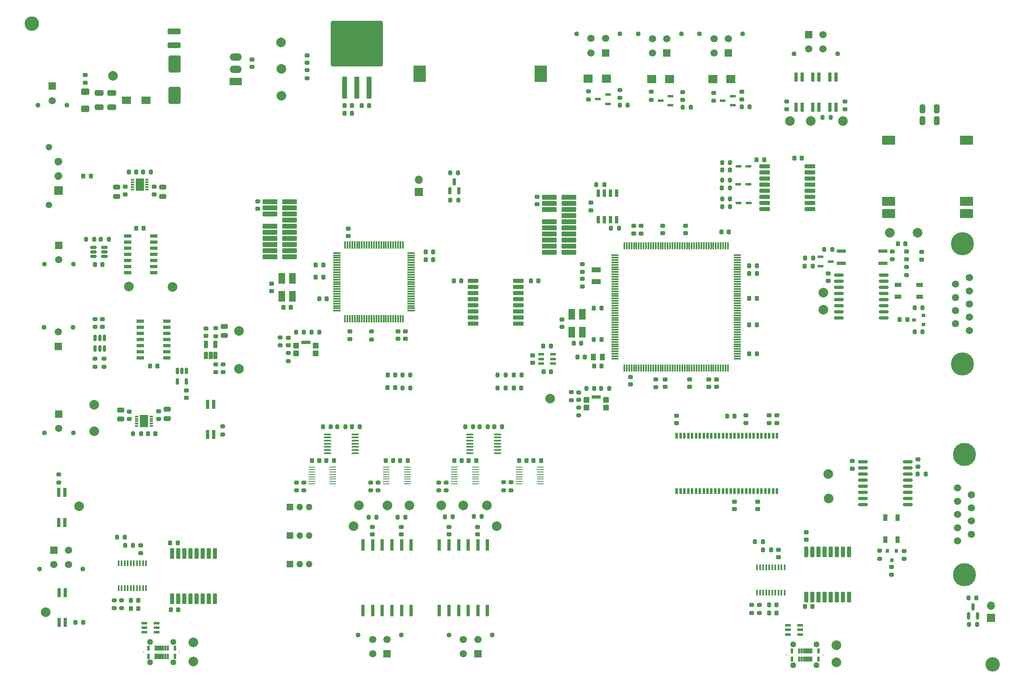
<source format=gbr>
%TF.GenerationSoftware,KiCad,Pcbnew,7.0.8*%
%TF.CreationDate,2024-01-22T14:24:46+01:00*%
%TF.ProjectId,BMS-Master,424d532d-4d61-4737-9465-722e6b696361,rev?*%
%TF.SameCoordinates,Original*%
%TF.FileFunction,Soldermask,Top*%
%TF.FilePolarity,Negative*%
%FSLAX46Y46*%
G04 Gerber Fmt 4.6, Leading zero omitted, Abs format (unit mm)*
G04 Created by KiCad (PCBNEW 7.0.8) date 2024-01-22 14:24:46*
%MOMM*%
%LPD*%
G01*
G04 APERTURE LIST*
G04 Aperture macros list*
%AMRoundRect*
0 Rectangle with rounded corners*
0 $1 Rounding radius*
0 $2 $3 $4 $5 $6 $7 $8 $9 X,Y pos of 4 corners*
0 Add a 4 corners polygon primitive as box body*
4,1,4,$2,$3,$4,$5,$6,$7,$8,$9,$2,$3,0*
0 Add four circle primitives for the rounded corners*
1,1,$1+$1,$2,$3*
1,1,$1+$1,$4,$5*
1,1,$1+$1,$6,$7*
1,1,$1+$1,$8,$9*
0 Add four rect primitives between the rounded corners*
20,1,$1+$1,$2,$3,$4,$5,0*
20,1,$1+$1,$4,$5,$6,$7,0*
20,1,$1+$1,$6,$7,$8,$9,0*
20,1,$1+$1,$8,$9,$2,$3,0*%
G04 Aperture macros list end*
%ADD10C,0.711200*%
%ADD11C,0.836200*%
%ADD12C,0.010000*%
%ADD13R,1.700000X1.700000*%
%ADD14O,1.700000X1.700000*%
%ADD15RoundRect,0.250000X-1.000000X1.500000X-1.000000X-1.500000X1.000000X-1.500000X1.000000X1.500000X0*%
%ADD16RoundRect,0.102000X-1.395000X0.370000X-1.395000X-0.370000X1.395000X-0.370000X1.395000X0.370000X0*%
%ADD17R,1.270000X0.508000*%
%ADD18RoundRect,0.225000X-0.250000X0.225000X-0.250000X-0.225000X0.250000X-0.225000X0.250000X0.225000X0*%
%ADD19C,1.020000*%
%ADD20R,1.520000X1.520000*%
%ADD21C,1.520000*%
%ADD22RoundRect,0.200000X-0.200000X-0.275000X0.200000X-0.275000X0.200000X0.275000X-0.200000X0.275000X0*%
%ADD23RoundRect,0.200000X-0.275000X0.200000X-0.275000X-0.200000X0.275000X-0.200000X0.275000X0.200000X0*%
%ADD24RoundRect,0.225000X-0.225000X-0.250000X0.225000X-0.250000X0.225000X0.250000X-0.225000X0.250000X0*%
%ADD25RoundRect,0.200000X0.275000X-0.200000X0.275000X0.200000X-0.275000X0.200000X-0.275000X-0.200000X0*%
%ADD26R,0.508000X1.193800*%
%ADD27C,2.000000*%
%ADD28RoundRect,0.225000X0.225000X0.250000X-0.225000X0.250000X-0.225000X-0.250000X0.225000X-0.250000X0*%
%ADD29RoundRect,0.225000X0.250000X-0.225000X0.250000X0.225000X-0.250000X0.225000X-0.250000X-0.225000X0*%
%ADD30RoundRect,0.218750X-0.218750X-0.256250X0.218750X-0.256250X0.218750X0.256250X-0.218750X0.256250X0*%
%ADD31R,1.825000X1.680000*%
%ADD32R,0.650000X1.850000*%
%ADD33RoundRect,0.102000X-0.450000X-0.500000X0.450000X-0.500000X0.450000X0.500000X-0.450000X0.500000X0*%
%ADD34RoundRect,0.102000X-0.850000X-0.275000X0.850000X-0.275000X0.850000X0.275000X-0.850000X0.275000X0*%
%ADD35C,1.270000*%
%ADD36RoundRect,0.200000X0.200000X0.275000X-0.200000X0.275000X-0.200000X-0.275000X0.200000X-0.275000X0*%
%ADD37RoundRect,0.075000X-0.675000X-0.075000X0.675000X-0.075000X0.675000X0.075000X-0.675000X0.075000X0*%
%ADD38RoundRect,0.075000X-0.075000X-0.675000X0.075000X-0.675000X0.075000X0.675000X-0.075000X0.675000X0*%
%ADD39RoundRect,0.150000X0.150000X-0.587500X0.150000X0.587500X-0.150000X0.587500X-0.150000X-0.587500X0*%
%ADD40RoundRect,0.250000X-0.600000X0.400000X-0.600000X-0.400000X0.600000X-0.400000X0.600000X0.400000X0*%
%ADD41R,2.500000X1.500000*%
%ADD42O,2.500000X1.500000*%
%ADD43R,1.550000X0.700000*%
%ADD44RoundRect,0.250000X-0.475000X0.250000X-0.475000X-0.250000X0.475000X-0.250000X0.475000X0.250000X0*%
%ADD45RoundRect,0.100000X-0.637500X-0.100000X0.637500X-0.100000X0.637500X0.100000X-0.637500X0.100000X0*%
%ADD46RoundRect,0.102000X0.279400X-0.990600X0.279400X0.990600X-0.279400X0.990600X-0.279400X-0.990600X0*%
%ADD47R,0.800000X0.300000*%
%ADD48R,1.750000X2.600000*%
%ADD49R,1.312279X0.475831*%
%ADD50RoundRect,0.237916X-0.418223X0.000001X0.418223X0.000001X0.418223X-0.000001X-0.418223X-0.000001X0*%
%ADD51RoundRect,0.144000X0.258000X-0.653000X0.258000X0.653000X-0.258000X0.653000X-0.258000X-0.653000X0*%
%ADD52RoundRect,0.218750X0.218750X0.256250X-0.218750X0.256250X-0.218750X-0.256250X0.218750X-0.256250X0*%
%ADD53RoundRect,0.250000X0.475000X-0.250000X0.475000X0.250000X-0.475000X0.250000X-0.475000X-0.250000X0*%
%ADD54R,0.750000X2.350000*%
%ADD55R,0.400000X1.200000*%
%ADD56R,1.066800X1.447800*%
%ADD57R,1.397000X0.279400*%
%ADD58R,1.350000X1.350000*%
%ADD59O,1.350000X1.350000*%
%ADD60R,1.900000X1.500000*%
%ADD61RoundRect,0.150000X-0.875000X-0.150000X0.875000X-0.150000X0.875000X0.150000X-0.875000X0.150000X0*%
%ADD62RoundRect,0.102000X-0.990600X-0.279400X0.990600X-0.279400X0.990600X0.279400X-0.990600X0.279400X0*%
%ADD63C,0.252400*%
%ADD64O,0.252400X0.252400*%
%ADD65C,1.252400*%
%ADD66R,1.300000X0.600000*%
%ADD67RoundRect,0.250000X-0.650000X0.325000X-0.650000X-0.325000X0.650000X-0.325000X0.650000X0.325000X0*%
%ADD68R,0.650000X1.525000*%
%ADD69RoundRect,0.250000X0.325000X0.650000X-0.325000X0.650000X-0.325000X-0.650000X0.325000X-0.650000X0*%
%ADD70RoundRect,0.102000X-0.600000X1.000000X-0.600000X-1.000000X0.600000X-1.000000X0.600000X1.000000X0*%
%ADD71RoundRect,0.150000X0.150000X-0.512500X0.150000X0.512500X-0.150000X0.512500X-0.150000X-0.512500X0*%
%ADD72RoundRect,0.250000X0.300000X-2.050000X0.300000X2.050000X-0.300000X2.050000X-0.300000X-2.050000X0*%
%ADD73RoundRect,0.250002X5.149998X-4.449998X5.149998X4.449998X-5.149998X4.449998X-5.149998X-4.449998X0*%
%ADD74RoundRect,0.075000X-0.725000X-0.075000X0.725000X-0.075000X0.725000X0.075000X-0.725000X0.075000X0*%
%ADD75RoundRect,0.075000X-0.075000X-0.725000X0.075000X-0.725000X0.075000X0.725000X-0.075000X0.725000X0*%
%ADD76R,1.250000X0.500000*%
%ADD77C,4.800000*%
%ADD78C,1.500000*%
%ADD79RoundRect,0.102000X-1.225000X0.800000X-1.225000X-0.800000X1.225000X-0.800000X1.225000X0.800000X0*%
%ADD80R,1.350000X0.900000*%
%ADD81C,3.000000*%
%ADD82R,1.900000X0.750000*%
%ADD83RoundRect,0.218750X-0.256250X0.218750X-0.256250X-0.218750X0.256250X-0.218750X0.256250X0.218750X0*%
%ADD84RoundRect,0.150000X-0.512500X-0.150000X0.512500X-0.150000X0.512500X0.150000X-0.512500X0.150000X0*%
%ADD85RoundRect,0.250000X1.100000X-0.325000X1.100000X0.325000X-1.100000X0.325000X-1.100000X-0.325000X0*%
%ADD86R,0.900000X1.350000*%
%ADD87RoundRect,0.150000X-0.150000X0.512500X-0.150000X-0.512500X0.150000X-0.512500X0.150000X0.512500X0*%
%ADD88RoundRect,0.218750X0.256250X-0.218750X0.256250X0.218750X-0.256250X0.218750X-0.256250X-0.218750X0*%
%ADD89R,1.900000X1.100000*%
%ADD90R,2.600000X3.500000*%
G04 APERTURE END LIST*
D10*
%TO.C,J11*%
X86547350Y-121743000D02*
G75*
G03*
X86547350Y-121743000I-355600J0D01*
G01*
D11*
X88569850Y-124743000D02*
G75*
G03*
X88569850Y-124743000I-418100J0D01*
G01*
X88569850Y-127743000D02*
G75*
G03*
X88569850Y-127743000I-418100J0D01*
G01*
D10*
X86547350Y-133743000D02*
G75*
G03*
X86547350Y-133743000I-355600J0D01*
G01*
D12*
X88987950Y-131579200D02*
X87315550Y-131579200D01*
X87315550Y-129906800D01*
X88987950Y-129906800D01*
X88987950Y-131579200D01*
G36*
X88987950Y-131579200D02*
G01*
X87315550Y-131579200D01*
X87315550Y-129906800D01*
X88987950Y-129906800D01*
X88987950Y-131579200D01*
G37*
%TO.C,P1*%
X107030000Y-226257100D02*
X106630000Y-226257100D01*
X106630000Y-225307100D01*
X107030000Y-225307100D01*
X107030000Y-226257100D01*
G36*
X107030000Y-226257100D02*
G01*
X106630000Y-226257100D01*
X106630000Y-225307100D01*
X107030000Y-225307100D01*
X107030000Y-226257100D01*
G37*
X107030000Y-227972100D02*
X106630000Y-227972100D01*
X106630000Y-227022100D01*
X107030000Y-227022100D01*
X107030000Y-227972100D01*
G36*
X107030000Y-227972100D02*
G01*
X106630000Y-227972100D01*
X106630000Y-227022100D01*
X107030000Y-227022100D01*
X107030000Y-227972100D01*
G37*
X108530000Y-226257100D02*
X108130000Y-226257100D01*
X108130000Y-225307100D01*
X108530000Y-225307100D01*
X108530000Y-226257100D01*
G36*
X108530000Y-226257100D02*
G01*
X108130000Y-226257100D01*
X108130000Y-225307100D01*
X108530000Y-225307100D01*
X108530000Y-226257100D01*
G37*
X108530000Y-227972100D02*
X108130000Y-227972100D01*
X108130000Y-227022100D01*
X108530000Y-227022100D01*
X108530000Y-227972100D01*
G36*
X108530000Y-227972100D02*
G01*
X108130000Y-227972100D01*
X108130000Y-227022100D01*
X108530000Y-227022100D01*
X108530000Y-227972100D01*
G37*
X109030000Y-226257100D02*
X108630000Y-226257100D01*
X108630000Y-225307100D01*
X109030000Y-225307100D01*
X109030000Y-226257100D01*
G36*
X109030000Y-226257100D02*
G01*
X108630000Y-226257100D01*
X108630000Y-225307100D01*
X109030000Y-225307100D01*
X109030000Y-226257100D01*
G37*
X109030000Y-227972100D02*
X108630000Y-227972100D01*
X108630000Y-227022100D01*
X109030000Y-227022100D01*
X109030000Y-227972100D01*
G36*
X109030000Y-227972100D02*
G01*
X108630000Y-227972100D01*
X108630000Y-227022100D01*
X109030000Y-227022100D01*
X109030000Y-227972100D01*
G37*
X109530000Y-226257100D02*
X109130000Y-226257100D01*
X109130000Y-225307100D01*
X109530000Y-225307100D01*
X109530000Y-226257100D01*
G36*
X109530000Y-226257100D02*
G01*
X109130000Y-226257100D01*
X109130000Y-225307100D01*
X109530000Y-225307100D01*
X109530000Y-226257100D01*
G37*
X109530000Y-227972100D02*
X109130000Y-227972100D01*
X109130000Y-227022100D01*
X109530000Y-227022100D01*
X109530000Y-227972100D01*
G36*
X109530000Y-227972100D02*
G01*
X109130000Y-227972100D01*
X109130000Y-227022100D01*
X109530000Y-227022100D01*
X109530000Y-227972100D01*
G37*
X110030000Y-226257100D02*
X109630000Y-226257100D01*
X109630000Y-225307100D01*
X110030000Y-225307100D01*
X110030000Y-226257100D01*
G36*
X110030000Y-226257100D02*
G01*
X109630000Y-226257100D01*
X109630000Y-225307100D01*
X110030000Y-225307100D01*
X110030000Y-226257100D01*
G37*
X110030000Y-227972100D02*
X109630000Y-227972100D01*
X109630000Y-227022100D01*
X110030000Y-227022100D01*
X110030000Y-227972100D01*
G36*
X110030000Y-227972100D02*
G01*
X109630000Y-227972100D01*
X109630000Y-227022100D01*
X110030000Y-227022100D01*
X110030000Y-227972100D01*
G37*
X110530000Y-226257100D02*
X110130000Y-226257100D01*
X110130000Y-225307100D01*
X110530000Y-225307100D01*
X110530000Y-226257100D01*
G36*
X110530000Y-226257100D02*
G01*
X110130000Y-226257100D01*
X110130000Y-225307100D01*
X110530000Y-225307100D01*
X110530000Y-226257100D01*
G37*
X110530000Y-227972100D02*
X110130000Y-227972100D01*
X110130000Y-227022100D01*
X110530000Y-227022100D01*
X110530000Y-227972100D01*
G36*
X110530000Y-227972100D02*
G01*
X110130000Y-227972100D01*
X110130000Y-227022100D01*
X110530000Y-227022100D01*
X110530000Y-227972100D01*
G37*
X111030000Y-226257100D02*
X110630000Y-226257100D01*
X110630000Y-225307100D01*
X111030000Y-225307100D01*
X111030000Y-226257100D01*
G36*
X111030000Y-226257100D02*
G01*
X110630000Y-226257100D01*
X110630000Y-225307100D01*
X111030000Y-225307100D01*
X111030000Y-226257100D01*
G37*
X111030000Y-227972100D02*
X110630000Y-227972100D01*
X110630000Y-227022100D01*
X111030000Y-227022100D01*
X111030000Y-227972100D01*
G36*
X111030000Y-227972100D02*
G01*
X110630000Y-227972100D01*
X110630000Y-227022100D01*
X111030000Y-227022100D01*
X111030000Y-227972100D01*
G37*
X112530000Y-226257100D02*
X112130000Y-226257100D01*
X112130000Y-225307100D01*
X112530000Y-225307100D01*
X112530000Y-226257100D01*
G36*
X112530000Y-226257100D02*
G01*
X112130000Y-226257100D01*
X112130000Y-225307100D01*
X112530000Y-225307100D01*
X112530000Y-226257100D01*
G37*
X112530000Y-227972100D02*
X112130000Y-227972100D01*
X112130000Y-227022100D01*
X112530000Y-227022100D01*
X112530000Y-227972100D01*
G36*
X112530000Y-227972100D02*
G01*
X112130000Y-227972100D01*
X112130000Y-227022100D01*
X112530000Y-227022100D01*
X112530000Y-227972100D01*
G37*
%TO.C,S3*%
X262409000Y-205897500D02*
X261809000Y-205897500D01*
X261809000Y-205197500D01*
X262409000Y-205197500D01*
X262409000Y-205897500D01*
G36*
X262409000Y-205897500D02*
G01*
X261809000Y-205897500D01*
X261809000Y-205197500D01*
X262409000Y-205197500D01*
X262409000Y-205897500D01*
G37*
X260509000Y-205897500D02*
X259909000Y-205897500D01*
X259909000Y-205197500D01*
X260509000Y-205197500D01*
X260509000Y-205897500D01*
G36*
X260509000Y-205897500D02*
G01*
X259909000Y-205897500D01*
X259909000Y-205197500D01*
X260509000Y-205197500D01*
X260509000Y-205897500D01*
G37*
X261459000Y-207897500D02*
X260859000Y-207897500D01*
X260859000Y-207197500D01*
X261459000Y-207197500D01*
X261459000Y-207897500D01*
G36*
X261459000Y-207897500D02*
G01*
X260859000Y-207897500D01*
X260859000Y-207197500D01*
X261459000Y-207197500D01*
X261459000Y-207897500D01*
G37*
%TO.C,S4*%
X268100000Y-158850000D02*
X267400000Y-158850000D01*
X267400000Y-158250000D01*
X268100000Y-158250000D01*
X268100000Y-158850000D01*
G36*
X268100000Y-158850000D02*
G01*
X267400000Y-158850000D01*
X267400000Y-158250000D01*
X268100000Y-158250000D01*
X268100000Y-158850000D01*
G37*
X268100000Y-156950000D02*
X267400000Y-156950000D01*
X267400000Y-156350000D01*
X268100000Y-156350000D01*
X268100000Y-156950000D01*
G36*
X268100000Y-156950000D02*
G01*
X267400000Y-156950000D01*
X267400000Y-156350000D01*
X268100000Y-156350000D01*
X268100000Y-156950000D01*
G37*
X266100000Y-157900000D02*
X265400000Y-157900000D01*
X265400000Y-157300000D01*
X266100000Y-157300000D01*
X266100000Y-157900000D01*
G36*
X266100000Y-157900000D02*
G01*
X265400000Y-157900000D01*
X265400000Y-157300000D01*
X266100000Y-157300000D01*
X266100000Y-157900000D01*
G37*
%TO.C,P2*%
X240605500Y-226831000D02*
X240205500Y-226831000D01*
X240205500Y-225881000D01*
X240605500Y-225881000D01*
X240605500Y-226831000D01*
G36*
X240605500Y-226831000D02*
G01*
X240205500Y-226831000D01*
X240205500Y-225881000D01*
X240605500Y-225881000D01*
X240605500Y-226831000D01*
G37*
X240605500Y-228546000D02*
X240205500Y-228546000D01*
X240205500Y-227596000D01*
X240605500Y-227596000D01*
X240605500Y-228546000D01*
G36*
X240605500Y-228546000D02*
G01*
X240205500Y-228546000D01*
X240205500Y-227596000D01*
X240605500Y-227596000D01*
X240605500Y-228546000D01*
G37*
X242105500Y-226831000D02*
X241705500Y-226831000D01*
X241705500Y-225881000D01*
X242105500Y-225881000D01*
X242105500Y-226831000D01*
G36*
X242105500Y-226831000D02*
G01*
X241705500Y-226831000D01*
X241705500Y-225881000D01*
X242105500Y-225881000D01*
X242105500Y-226831000D01*
G37*
X242105500Y-228546000D02*
X241705500Y-228546000D01*
X241705500Y-227596000D01*
X242105500Y-227596000D01*
X242105500Y-228546000D01*
G36*
X242105500Y-228546000D02*
G01*
X241705500Y-228546000D01*
X241705500Y-227596000D01*
X242105500Y-227596000D01*
X242105500Y-228546000D01*
G37*
X242605500Y-226831000D02*
X242205500Y-226831000D01*
X242205500Y-225881000D01*
X242605500Y-225881000D01*
X242605500Y-226831000D01*
G36*
X242605500Y-226831000D02*
G01*
X242205500Y-226831000D01*
X242205500Y-225881000D01*
X242605500Y-225881000D01*
X242605500Y-226831000D01*
G37*
X242605500Y-228546000D02*
X242205500Y-228546000D01*
X242205500Y-227596000D01*
X242605500Y-227596000D01*
X242605500Y-228546000D01*
G36*
X242605500Y-228546000D02*
G01*
X242205500Y-228546000D01*
X242205500Y-227596000D01*
X242605500Y-227596000D01*
X242605500Y-228546000D01*
G37*
X243105500Y-226831000D02*
X242705500Y-226831000D01*
X242705500Y-225881000D01*
X243105500Y-225881000D01*
X243105500Y-226831000D01*
G36*
X243105500Y-226831000D02*
G01*
X242705500Y-226831000D01*
X242705500Y-225881000D01*
X243105500Y-225881000D01*
X243105500Y-226831000D01*
G37*
X243105500Y-228546000D02*
X242705500Y-228546000D01*
X242705500Y-227596000D01*
X243105500Y-227596000D01*
X243105500Y-228546000D01*
G36*
X243105500Y-228546000D02*
G01*
X242705500Y-228546000D01*
X242705500Y-227596000D01*
X243105500Y-227596000D01*
X243105500Y-228546000D01*
G37*
X243605500Y-226831000D02*
X243205500Y-226831000D01*
X243205500Y-225881000D01*
X243605500Y-225881000D01*
X243605500Y-226831000D01*
G36*
X243605500Y-226831000D02*
G01*
X243205500Y-226831000D01*
X243205500Y-225881000D01*
X243605500Y-225881000D01*
X243605500Y-226831000D01*
G37*
X243605500Y-228546000D02*
X243205500Y-228546000D01*
X243205500Y-227596000D01*
X243605500Y-227596000D01*
X243605500Y-228546000D01*
G36*
X243605500Y-228546000D02*
G01*
X243205500Y-228546000D01*
X243205500Y-227596000D01*
X243605500Y-227596000D01*
X243605500Y-228546000D01*
G37*
X244105500Y-226831000D02*
X243705500Y-226831000D01*
X243705500Y-225881000D01*
X244105500Y-225881000D01*
X244105500Y-226831000D01*
G36*
X244105500Y-226831000D02*
G01*
X243705500Y-226831000D01*
X243705500Y-225881000D01*
X244105500Y-225881000D01*
X244105500Y-226831000D01*
G37*
X244105500Y-228546000D02*
X243705500Y-228546000D01*
X243705500Y-227596000D01*
X244105500Y-227596000D01*
X244105500Y-228546000D01*
G36*
X244105500Y-228546000D02*
G01*
X243705500Y-228546000D01*
X243705500Y-227596000D01*
X244105500Y-227596000D01*
X244105500Y-228546000D01*
G37*
X244605500Y-226831000D02*
X244205500Y-226831000D01*
X244205500Y-225881000D01*
X244605500Y-225881000D01*
X244605500Y-226831000D01*
G36*
X244605500Y-226831000D02*
G01*
X244205500Y-226831000D01*
X244205500Y-225881000D01*
X244605500Y-225881000D01*
X244605500Y-226831000D01*
G37*
X244605500Y-228546000D02*
X244205500Y-228546000D01*
X244205500Y-227596000D01*
X244605500Y-227596000D01*
X244605500Y-228546000D01*
G36*
X244605500Y-228546000D02*
G01*
X244205500Y-228546000D01*
X244205500Y-227596000D01*
X244605500Y-227596000D01*
X244605500Y-228546000D01*
G37*
X246105500Y-226831000D02*
X245705500Y-226831000D01*
X245705500Y-225881000D01*
X246105500Y-225881000D01*
X246105500Y-226831000D01*
G36*
X246105500Y-226831000D02*
G01*
X245705500Y-226831000D01*
X245705500Y-225881000D01*
X246105500Y-225881000D01*
X246105500Y-226831000D01*
G37*
X246105500Y-228546000D02*
X245705500Y-228546000D01*
X245705500Y-227596000D01*
X246105500Y-227596000D01*
X246105500Y-228546000D01*
G36*
X246105500Y-228546000D02*
G01*
X245705500Y-228546000D01*
X245705500Y-227596000D01*
X246105500Y-227596000D01*
X246105500Y-228546000D01*
G37*
%TD*%
D13*
%TO.C,J5*%
X163000000Y-131040000D03*
D14*
X163000000Y-128500000D03*
%TD*%
D15*
%TO.C,C104*%
X112254000Y-104497500D03*
X112254000Y-110997500D03*
%TD*%
D16*
%TO.C,J4*%
X132046000Y-133089000D03*
X136116000Y-133089000D03*
X132046000Y-134359000D03*
X136116000Y-134359000D03*
X132046000Y-135629000D03*
X136116000Y-135629000D03*
X136116000Y-136899000D03*
X132046000Y-138169000D03*
X136116000Y-138169000D03*
X132046000Y-139439000D03*
X136116000Y-139439000D03*
X132046000Y-140709000D03*
X136116000Y-140709000D03*
X132046000Y-141979000D03*
X136116000Y-141979000D03*
X132046000Y-143249000D03*
X136116000Y-143249000D03*
X132046000Y-144519000D03*
X136116000Y-144519000D03*
%TD*%
D17*
%TO.C,U2*%
X188383000Y-164789999D03*
X188383000Y-165740000D03*
X188383000Y-166690001D03*
X190821400Y-166690001D03*
X190821400Y-165740000D03*
X190821400Y-164789999D03*
%TD*%
D18*
%TO.C,C55*%
X175223000Y-200620799D03*
X175223000Y-202170799D03*
%TD*%
D19*
%TO.C,J12*%
X91248500Y-146089000D03*
X85248500Y-146089000D03*
D20*
X88248500Y-142149000D03*
D21*
X88248500Y-145149000D03*
%TD*%
D22*
%TO.C,R52*%
X103661750Y-181242000D03*
X105311750Y-181242000D03*
%TD*%
D23*
%TO.C,R10*%
X134216000Y-161284000D03*
X134216000Y-162934000D03*
%TD*%
D24*
%TO.C,C30*%
X170247900Y-149524000D03*
X171797900Y-149524000D03*
%TD*%
D23*
%TO.C,R54*%
X122301000Y-179769000D03*
X122301000Y-181419000D03*
%TD*%
D25*
%TO.C,R61*%
X251500000Y-113900000D03*
X251500000Y-112250000D03*
%TD*%
D26*
%TO.C,U19*%
X237337001Y-181686200D03*
X236537000Y-181686200D03*
X235737001Y-181686200D03*
X234937000Y-181686200D03*
X234137002Y-181686200D03*
X233337001Y-181686200D03*
X232537000Y-181686200D03*
X231737002Y-181686200D03*
X230937001Y-181686200D03*
X230137002Y-181686200D03*
X229337001Y-181686200D03*
X228537000Y-181686200D03*
X227737002Y-181686200D03*
X226937001Y-181686200D03*
X226137003Y-181686200D03*
X225337002Y-181686200D03*
X224537001Y-181686200D03*
X223737002Y-181686200D03*
X222937001Y-181686200D03*
X222137003Y-181686200D03*
X221337002Y-181686200D03*
X220537001Y-181686200D03*
X219737003Y-181686200D03*
X218937002Y-181686200D03*
X218137003Y-181686200D03*
X217337002Y-181686200D03*
X216537001Y-181686200D03*
X216537001Y-193167000D03*
X217337002Y-193167000D03*
X218137001Y-193167000D03*
X218937002Y-193167000D03*
X219737000Y-193167000D03*
X220537001Y-193167000D03*
X221337002Y-193167000D03*
X222137000Y-193167000D03*
X222937001Y-193167000D03*
X223737000Y-193167000D03*
X224537001Y-193167000D03*
X225337002Y-193167000D03*
X226137000Y-193167000D03*
X226937001Y-193167000D03*
X227736999Y-193167000D03*
X228537000Y-193167000D03*
X229337001Y-193167000D03*
X230137000Y-193167000D03*
X230937001Y-193167000D03*
X231736999Y-193167000D03*
X232537000Y-193167000D03*
X233337001Y-193167000D03*
X234136999Y-193167000D03*
X234937000Y-193167000D03*
X235736999Y-193167000D03*
X236537000Y-193167000D03*
X237337001Y-193167000D03*
%TD*%
D25*
%TO.C,R24*%
X232058000Y-218496000D03*
X232058000Y-216846000D03*
%TD*%
D19*
%TO.C,J16*%
X221250018Y-98250000D03*
X230250000Y-98250000D03*
D20*
X227250001Y-102190000D03*
D21*
X224250002Y-102190000D03*
X227250001Y-99190001D03*
X224250002Y-99190001D03*
%TD*%
D18*
%TO.C,C34*%
X160216000Y-160034000D03*
X160216000Y-161584000D03*
%TD*%
D27*
%TO.C,TP3*%
X116180000Y-224657100D03*
%TD*%
D28*
%TO.C,C107*%
X149129000Y-114730000D03*
X147579000Y-114730000D03*
%TD*%
D29*
%TO.C,C35*%
X148336000Y-140221000D03*
X148336000Y-138671000D03*
%TD*%
D24*
%TO.C,C45*%
X103193000Y-217588100D03*
X104743000Y-217588100D03*
%TD*%
D18*
%TO.C,C75*%
X102066500Y-129997000D03*
X102066500Y-131547000D03*
%TD*%
D28*
%TO.C,C3*%
X197455000Y-165347000D03*
X195905000Y-165347000D03*
%TD*%
D27*
%TO.C,TP6*%
X172200000Y-196150000D03*
%TD*%
D28*
%TO.C,C23*%
X200902000Y-161696200D03*
X199352000Y-161696200D03*
%TD*%
D30*
%TO.C,D1*%
X182714000Y-169093000D03*
X184289000Y-169093000D03*
%TD*%
D31*
%TO.C,D10*%
X215054502Y-107595001D03*
X211299502Y-107595001D03*
%TD*%
D28*
%TO.C,C33*%
X136441000Y-155009000D03*
X134891000Y-155009000D03*
%TD*%
D29*
%TO.C,C91*%
X261159000Y-210535000D03*
X261159000Y-208985000D03*
%TD*%
D28*
%TO.C,C8*%
X196705000Y-162447000D03*
X195155000Y-162447000D03*
%TD*%
D32*
%TO.C,IC13*%
X248326000Y-113450000D03*
X249596000Y-113450000D03*
X249596000Y-107200000D03*
X248326000Y-107200000D03*
%TD*%
D33*
%TO.C,S1*%
X197780000Y-174247000D03*
X197780000Y-175847000D03*
X201880000Y-175847000D03*
X201880000Y-174247000D03*
D34*
X199830000Y-173622000D03*
%TD*%
D35*
%TO.C,J11*%
X86191750Y-121743000D03*
X86191750Y-133743000D03*
%TD*%
D27*
%TO.C,TP13*%
X161050000Y-196150000D03*
%TD*%
D25*
%TO.C,R23*%
X233708000Y-218496000D03*
X233708000Y-216846000D03*
%TD*%
D27*
%TO.C,TP16*%
X125616750Y-159937000D03*
%TD*%
D36*
%TO.C,R39*%
X177275000Y-179850000D03*
X175625000Y-179850000D03*
%TD*%
D29*
%TO.C,C11*%
X209144000Y-139662000D03*
X209144000Y-138112000D03*
%TD*%
D23*
%TO.C,R71*%
X211257002Y-110270001D03*
X211257002Y-111920001D03*
%TD*%
D18*
%TO.C,C19*%
X224783000Y-170015000D03*
X224783000Y-171565000D03*
%TD*%
D28*
%TO.C,C50*%
X113043000Y-217805000D03*
X111493000Y-217805000D03*
%TD*%
D31*
%TO.C,D5*%
X227777501Y-107590000D03*
X224022501Y-107590000D03*
%TD*%
D24*
%TO.C,C86*%
X240950000Y-124000000D03*
X242500000Y-124000000D03*
%TD*%
D29*
%TO.C,C2*%
X196930000Y-150672000D03*
X196930000Y-149122000D03*
%TD*%
D36*
%TO.C,R17*%
X171194250Y-132751500D03*
X169544250Y-132751500D03*
%TD*%
D23*
%TO.C,R4*%
X194630000Y-172672000D03*
X194630000Y-174322000D03*
%TD*%
D18*
%TO.C,C39*%
X129511000Y-132969000D03*
X129511000Y-134519000D03*
%TD*%
D37*
%TO.C,U1*%
X203733000Y-144190000D03*
X203733000Y-144690000D03*
X203733000Y-145190000D03*
X203733000Y-145690000D03*
X203733000Y-146190000D03*
X203733000Y-146690000D03*
X203733000Y-147190000D03*
X203733000Y-147690000D03*
X203733000Y-148190000D03*
X203733000Y-148690000D03*
X203733000Y-149190000D03*
X203733000Y-149690000D03*
X203733000Y-150190000D03*
X203733000Y-150690000D03*
X203733000Y-151190000D03*
X203733000Y-151690000D03*
X203733000Y-152190000D03*
X203733000Y-152690000D03*
X203733000Y-153190000D03*
X203733000Y-153690000D03*
X203733000Y-154190000D03*
X203733000Y-154690000D03*
X203733000Y-155190000D03*
X203733000Y-155690000D03*
X203733000Y-156190000D03*
X203733000Y-156690000D03*
X203733000Y-157190000D03*
X203733000Y-157690000D03*
X203733000Y-158190000D03*
X203733000Y-158690000D03*
X203733000Y-159190000D03*
X203733000Y-159690000D03*
X203733000Y-160190000D03*
X203733000Y-160690000D03*
X203733000Y-161190000D03*
X203733000Y-161690000D03*
X203733000Y-162190000D03*
X203733000Y-162690000D03*
X203733000Y-163190000D03*
X203733000Y-163690000D03*
X203733000Y-164190000D03*
X203733000Y-164690000D03*
X203733000Y-165190000D03*
X203733000Y-165690000D03*
D38*
X205658000Y-167615000D03*
X206158000Y-167615000D03*
X206658000Y-167615000D03*
X207158000Y-167615000D03*
X207658000Y-167615000D03*
X208158000Y-167615000D03*
X208658000Y-167615000D03*
X209158000Y-167615000D03*
X209658000Y-167615000D03*
X210158000Y-167615000D03*
X210658000Y-167615000D03*
X211158000Y-167615000D03*
X211658000Y-167615000D03*
X212158000Y-167615000D03*
X212658000Y-167615000D03*
X213158000Y-167615000D03*
X213658000Y-167615000D03*
X214158000Y-167615000D03*
X214658000Y-167615000D03*
X215158000Y-167615000D03*
X215658000Y-167615000D03*
X216158000Y-167615000D03*
X216658000Y-167615000D03*
X217158000Y-167615000D03*
X217658000Y-167615000D03*
X218158000Y-167615000D03*
X218658000Y-167615000D03*
X219158000Y-167615000D03*
X219658000Y-167615000D03*
X220158000Y-167615000D03*
X220658000Y-167615000D03*
X221158000Y-167615000D03*
X221658000Y-167615000D03*
X222158000Y-167615000D03*
X222658000Y-167615000D03*
X223158000Y-167615000D03*
X223658000Y-167615000D03*
X224158000Y-167615000D03*
X224658000Y-167615000D03*
X225158000Y-167615000D03*
X225658000Y-167615000D03*
X226158000Y-167615000D03*
X226658000Y-167615000D03*
X227158000Y-167615000D03*
D37*
X229083000Y-165690000D03*
X229083000Y-165190000D03*
X229083000Y-164690000D03*
X229083000Y-164190000D03*
X229083000Y-163690000D03*
X229083000Y-163190000D03*
X229083000Y-162690000D03*
X229083000Y-162190000D03*
X229083000Y-161690000D03*
X229083000Y-161190000D03*
X229083000Y-160690000D03*
X229083000Y-160190000D03*
X229083000Y-159690000D03*
X229083000Y-159190000D03*
X229083000Y-158690000D03*
X229083000Y-158190000D03*
X229083000Y-157690000D03*
X229083000Y-157190000D03*
X229083000Y-156690000D03*
X229083000Y-156190000D03*
X229083000Y-155690000D03*
X229083000Y-155190000D03*
X229083000Y-154690000D03*
X229083000Y-154190000D03*
X229083000Y-153690000D03*
X229083000Y-153190000D03*
X229083000Y-152690000D03*
X229083000Y-152190000D03*
X229083000Y-151690000D03*
X229083000Y-151190000D03*
X229083000Y-150690000D03*
X229083000Y-150190000D03*
X229083000Y-149690000D03*
X229083000Y-149190000D03*
X229083000Y-148690000D03*
X229083000Y-148190000D03*
X229083000Y-147690000D03*
X229083000Y-147190000D03*
X229083000Y-146690000D03*
X229083000Y-146190000D03*
X229083000Y-145690000D03*
X229083000Y-145190000D03*
X229083000Y-144690000D03*
X229083000Y-144190000D03*
D38*
X227158000Y-142265000D03*
X226658000Y-142265000D03*
X226158000Y-142265000D03*
X225658000Y-142265000D03*
X225158000Y-142265000D03*
X224658000Y-142265000D03*
X224158000Y-142265000D03*
X223658000Y-142265000D03*
X223158000Y-142265000D03*
X222658000Y-142265000D03*
X222158000Y-142265000D03*
X221658000Y-142265000D03*
X221158000Y-142265000D03*
X220658000Y-142265000D03*
X220158000Y-142265000D03*
X219658000Y-142265000D03*
X219158000Y-142265000D03*
X218658000Y-142265000D03*
X218158000Y-142265000D03*
X217658000Y-142265000D03*
X217158000Y-142265000D03*
X216658000Y-142265000D03*
X216158000Y-142265000D03*
X215658000Y-142265000D03*
X215158000Y-142265000D03*
X214658000Y-142265000D03*
X214158000Y-142265000D03*
X213658000Y-142265000D03*
X213158000Y-142265000D03*
X212658000Y-142265000D03*
X212158000Y-142265000D03*
X211658000Y-142265000D03*
X211158000Y-142265000D03*
X210658000Y-142265000D03*
X210158000Y-142265000D03*
X209658000Y-142265000D03*
X209158000Y-142265000D03*
X208658000Y-142265000D03*
X208158000Y-142265000D03*
X207658000Y-142265000D03*
X207158000Y-142265000D03*
X206658000Y-142265000D03*
X206158000Y-142265000D03*
X205658000Y-142265000D03*
%TD*%
D23*
%TO.C,R14*%
X153166000Y-160034000D03*
X153166000Y-161684000D03*
%TD*%
D19*
%TO.C,J7*%
X169239666Y-223075000D03*
X178239648Y-223075000D03*
D20*
X175239649Y-227015000D03*
D21*
X172239650Y-227015000D03*
X175239649Y-224015001D03*
X172239650Y-224015001D03*
%TD*%
D39*
%TO.C,Q1*%
X277080000Y-219120000D03*
X278980000Y-219120000D03*
X278030000Y-217245000D03*
%TD*%
D27*
%TO.C,TP33*%
X134454000Y-105505000D03*
%TD*%
D40*
%TO.C,D12*%
X93700000Y-110250000D03*
X93700000Y-113750000D03*
%TD*%
D27*
%TO.C,TP23*%
X95625500Y-175299000D03*
%TD*%
D28*
%TO.C,C58*%
X142347401Y-186854000D03*
X140797401Y-186854000D03*
%TD*%
D36*
%TO.C,R63*%
X206358667Y-113041000D03*
X204708667Y-113041000D03*
%TD*%
D22*
%TO.C,R68*%
X225953260Y-126525001D03*
X227603260Y-126525001D03*
%TD*%
D36*
%TO.C,R32*%
X176048000Y-198495799D03*
X174398000Y-198495799D03*
%TD*%
D22*
%TO.C,R33*%
X152546000Y-198622799D03*
X154196000Y-198622799D03*
%TD*%
D24*
%TO.C,C14*%
X225793000Y-139319000D03*
X227343000Y-139319000D03*
%TD*%
D41*
%TO.C,U21*%
X124954000Y-108145000D03*
D42*
X124954000Y-105605000D03*
X124954000Y-103065000D03*
%TD*%
D43*
%TO.C,IC4*%
X110630750Y-165525000D03*
X110630750Y-164255000D03*
X110630750Y-162985000D03*
X110630750Y-161715000D03*
X110630750Y-160445000D03*
X110630750Y-159175000D03*
X110630750Y-157905000D03*
X105180750Y-157905000D03*
X105180750Y-159175000D03*
X105180750Y-160445000D03*
X105180750Y-161715000D03*
X105180750Y-162985000D03*
X105180750Y-164255000D03*
X105180750Y-165525000D03*
%TD*%
D27*
%TO.C,TP4*%
X249650500Y-225171000D03*
%TD*%
D28*
%TO.C,C56*%
X171886302Y-186854004D03*
X170336302Y-186854004D03*
%TD*%
D18*
%TO.C,C69*%
X108035500Y-129985000D03*
X108035500Y-131535000D03*
%TD*%
D44*
%TO.C,C72*%
X100288500Y-130076000D03*
X100288500Y-131976000D03*
%TD*%
D24*
%TO.C,C38*%
X164426600Y-143509000D03*
X165976600Y-143509000D03*
%TD*%
D27*
%TO.C,TP12*%
X156450000Y-196150000D03*
%TD*%
%TO.C,TP36*%
X260760000Y-139570000D03*
%TD*%
D24*
%TO.C,C92*%
X262850000Y-157600000D03*
X264400000Y-157600000D03*
%TD*%
%TO.C,C70*%
X102755750Y-126915000D03*
X104305750Y-126915000D03*
%TD*%
D45*
%TO.C,U13*%
X173587500Y-181400000D03*
X173587500Y-182050000D03*
X173587500Y-182700000D03*
X173587500Y-183350000D03*
X173587500Y-184000000D03*
X173587500Y-184650000D03*
X173587500Y-185300000D03*
X179312500Y-185300000D03*
X179312500Y-184650000D03*
X179312500Y-184000000D03*
X179312500Y-183350000D03*
X179312500Y-182700000D03*
X179312500Y-182050000D03*
X179312500Y-181400000D03*
%TD*%
D23*
%TO.C,R62*%
X198183667Y-110166000D03*
X198183667Y-111816000D03*
%TD*%
D24*
%TO.C,C16*%
X231610000Y-153187200D03*
X233160000Y-153187200D03*
%TD*%
D46*
%TO.C,U8*%
X243409500Y-215204100D03*
X244679500Y-215204100D03*
X245949500Y-215204100D03*
X247219500Y-215204100D03*
X248489500Y-215204100D03*
X249759500Y-215204100D03*
X251029500Y-215204100D03*
X252299500Y-215204100D03*
X252299500Y-205806100D03*
X251029500Y-205806100D03*
X249759500Y-205806100D03*
X248489500Y-205806100D03*
X247219500Y-205806100D03*
X245949500Y-205806100D03*
X244679500Y-205806100D03*
X243409500Y-205806100D03*
%TD*%
D27*
%TO.C,TP25*%
X244326000Y-116325000D03*
%TD*%
D28*
%TO.C,C29*%
X187797900Y-149524000D03*
X186247900Y-149524000D03*
%TD*%
D18*
%TO.C,C100*%
X198684000Y-133292000D03*
X198684000Y-134842000D03*
%TD*%
D47*
%TO.C,IC7*%
X104407750Y-177686000D03*
X104407750Y-178186000D03*
X104407750Y-178686000D03*
X104407750Y-179186000D03*
X104407750Y-179686000D03*
X107407750Y-179686000D03*
X107407750Y-179186000D03*
X107407750Y-178686000D03*
X107407750Y-178186000D03*
X107407750Y-177686000D03*
D48*
X105907750Y-178686000D03*
%TD*%
D49*
%TO.C,D9*%
X229376101Y-133325000D03*
D50*
X231471784Y-133325000D03*
%TD*%
D25*
%TO.C,R28*%
X168661302Y-193079004D03*
X168661302Y-191429004D03*
%TD*%
D18*
%TO.C,C41*%
X158642200Y-160034000D03*
X158642200Y-161584000D03*
%TD*%
D51*
%TO.C,U15*%
X118824750Y-165039000D03*
X119774750Y-165039000D03*
X120724750Y-165039000D03*
X120724750Y-162709000D03*
X118824750Y-162709000D03*
%TD*%
D24*
%TO.C,C15*%
X231610000Y-146390000D03*
X233160000Y-146390000D03*
%TD*%
D52*
%TO.C,D4*%
X158095000Y-169083000D03*
X156520000Y-169083000D03*
%TD*%
D25*
%TO.C,R45*%
X120790750Y-168509000D03*
X120790750Y-166859000D03*
%TD*%
D36*
%TO.C,R38*%
X160229000Y-198622799D03*
X158579000Y-198622799D03*
%TD*%
D22*
%TO.C,R15*%
X159600000Y-169083000D03*
X161250000Y-169083000D03*
%TD*%
D32*
%TO.C,IC10*%
X88318325Y-220500000D03*
X89588325Y-220500000D03*
X89588325Y-214250000D03*
X88318325Y-214250000D03*
%TD*%
D22*
%TO.C,R42*%
X143075000Y-179800000D03*
X144725000Y-179800000D03*
%TD*%
D28*
%TO.C,C27*%
X190452800Y-168376200D03*
X188902800Y-168376200D03*
%TD*%
D53*
%TO.C,C78*%
X110714750Y-178110000D03*
X110714750Y-176210000D03*
%TD*%
D54*
%TO.C,T1*%
X167250000Y-218000000D03*
X169250000Y-218000000D03*
X171250000Y-218000000D03*
X173250000Y-218000000D03*
X175250000Y-218000000D03*
X177250000Y-218000000D03*
X177250000Y-204400000D03*
X175250000Y-204400000D03*
X173250000Y-204400000D03*
X171250000Y-204400000D03*
X169250000Y-204400000D03*
X167250000Y-204400000D03*
%TD*%
D22*
%TO.C,R66*%
X225948942Y-134124999D03*
X227598942Y-134124999D03*
%TD*%
D23*
%TO.C,R44*%
X120790750Y-159366000D03*
X120790750Y-161016000D03*
%TD*%
D29*
%TO.C,C74*%
X102840750Y-178255000D03*
X102840750Y-176705000D03*
%TD*%
D27*
%TO.C,TP5*%
X249650500Y-228750000D03*
%TD*%
D55*
%TO.C,U6*%
X238915500Y-209071000D03*
X238280500Y-209071000D03*
X237645500Y-209071000D03*
X237010500Y-209071000D03*
X236375500Y-209071000D03*
X235740500Y-209071000D03*
X235105500Y-209071000D03*
X234470500Y-209071000D03*
X233835500Y-209071000D03*
X233200500Y-209071000D03*
X233200500Y-214271000D03*
X233835500Y-214271000D03*
X234470500Y-214271000D03*
X235105500Y-214271000D03*
X235740500Y-214271000D03*
X236375500Y-214271000D03*
X237010500Y-214271000D03*
X237645500Y-214271000D03*
X238280500Y-214271000D03*
X238915500Y-214271000D03*
%TD*%
D56*
%TO.C,L1*%
X201057100Y-165347000D03*
X199202900Y-165347000D03*
%TD*%
D36*
%TO.C,R2*%
X181014500Y-171750000D03*
X179364500Y-171750000D03*
%TD*%
D27*
%TO.C,TP29*%
X248063000Y-194757000D03*
%TD*%
D57*
%TO.C,U11*%
X188195701Y-191704002D03*
X188195701Y-191204000D03*
X188195701Y-190704001D03*
X188195701Y-190204000D03*
X188195701Y-189704000D03*
X188195701Y-189204002D03*
X188195701Y-188704000D03*
X188195701Y-188204001D03*
X183826901Y-188203998D03*
X183826901Y-188704000D03*
X183826901Y-189203999D03*
X183826901Y-189704000D03*
X183826901Y-190204000D03*
X183826901Y-190703998D03*
X183826901Y-191204000D03*
X183826901Y-191703999D03*
%TD*%
D24*
%TO.C,C62*%
X186797401Y-186854000D03*
X188347401Y-186854000D03*
%TD*%
D36*
%TO.C,R76*%
X267575000Y-155100000D03*
X265925000Y-155100000D03*
%TD*%
D25*
%TO.C,R56*%
X239326000Y-113900000D03*
X239326000Y-112250000D03*
%TD*%
D58*
%TO.C,J9*%
X136250000Y-208400000D03*
D59*
X138250000Y-208400000D03*
X140250000Y-208400000D03*
%TD*%
D29*
%TO.C,C31*%
X135866000Y-162884000D03*
X135866000Y-161334000D03*
%TD*%
D60*
%TO.C,L4*%
X102250000Y-112025000D03*
X106350000Y-112025000D03*
%TD*%
D28*
%TO.C,C24*%
X200902000Y-155193800D03*
X199352000Y-155193800D03*
%TD*%
D18*
%TO.C,C105*%
X128371500Y-103537500D03*
X128371500Y-105087500D03*
%TD*%
D27*
%TO.C,TP7*%
X167650000Y-196150000D03*
%TD*%
D22*
%TO.C,R69*%
X225948942Y-128624999D03*
X227598942Y-128624999D03*
%TD*%
D61*
%TO.C,U18*%
X250200000Y-148330000D03*
X250200000Y-149600000D03*
X250200000Y-150870000D03*
X250200000Y-152140000D03*
X250200000Y-153410000D03*
X250200000Y-154680000D03*
X250200000Y-155950000D03*
X250200000Y-157220000D03*
X259500000Y-157220000D03*
X259500000Y-155950000D03*
X259500000Y-154680000D03*
X259500000Y-153410000D03*
X259500000Y-152140000D03*
X259500000Y-150870000D03*
X259500000Y-149600000D03*
X259500000Y-148330000D03*
%TD*%
D36*
%TO.C,R46*%
X107403750Y-126915000D03*
X105753750Y-126915000D03*
%TD*%
D28*
%TO.C,C108*%
X149129000Y-113130000D03*
X147579000Y-113130000D03*
%TD*%
D22*
%TO.C,R47*%
X96959750Y-140879250D03*
X98609750Y-140879250D03*
%TD*%
D27*
%TO.C,TP9*%
X179150000Y-200500000D03*
%TD*%
D29*
%TO.C,C12*%
X213662000Y-139621000D03*
X213662000Y-138071000D03*
%TD*%
D32*
%TO.C,IC12*%
X244806000Y-113450000D03*
X246076000Y-113450000D03*
X246076000Y-107200000D03*
X244806000Y-107200000D03*
%TD*%
D24*
%TO.C,C85*%
X233126000Y-124395000D03*
X234676000Y-124395000D03*
%TD*%
D29*
%TO.C,C82*%
X97278000Y-159054000D03*
X97278000Y-157504000D03*
%TD*%
D62*
%TO.C,U3*%
X174274900Y-149514000D03*
X174274900Y-150784000D03*
X174274900Y-152054000D03*
X174274900Y-153324000D03*
X174274900Y-154594000D03*
X174274900Y-155864000D03*
X174274900Y-157134000D03*
X174274900Y-158404000D03*
X183672900Y-158404000D03*
X183672900Y-157134000D03*
X183672900Y-155864000D03*
X183672900Y-154594000D03*
X183672900Y-153324000D03*
X183672900Y-152054000D03*
X183672900Y-150784000D03*
X183672900Y-149514000D03*
%TD*%
D63*
%TO.C,P1*%
X105830000Y-226657100D03*
D64*
X113330000Y-226657100D03*
D65*
X107180000Y-224507100D03*
X107180000Y-228807100D03*
X111980000Y-224507100D03*
X111980000Y-228807100D03*
%TD*%
D22*
%TO.C,R26*%
X232783000Y-203721000D03*
X234433000Y-203721000D03*
%TD*%
D18*
%TO.C,C20*%
X219177000Y-170014400D03*
X219177000Y-171564400D03*
%TD*%
D25*
%TO.C,R35*%
X154500201Y-193079000D03*
X154500201Y-191429000D03*
%TD*%
D57*
%TO.C,U10*%
X145145701Y-191704002D03*
X145145701Y-191204000D03*
X145145701Y-190704001D03*
X145145701Y-190204000D03*
X145145701Y-189704000D03*
X145145701Y-189204002D03*
X145145701Y-188704000D03*
X145145701Y-188204001D03*
X140776901Y-188203998D03*
X140776901Y-188704000D03*
X140776901Y-189203999D03*
X140776901Y-189704000D03*
X140776901Y-190204000D03*
X140776901Y-190703998D03*
X140776901Y-191204000D03*
X140776901Y-191703999D03*
%TD*%
D24*
%TO.C,C94*%
X226987000Y-177646000D03*
X228537000Y-177646000D03*
%TD*%
D22*
%TO.C,R65*%
X225928275Y-130248999D03*
X227578275Y-130248999D03*
%TD*%
D24*
%TO.C,C57*%
X173336302Y-186854004D03*
X174886302Y-186854004D03*
%TD*%
D29*
%TO.C,C90*%
X252995000Y-188521000D03*
X252995000Y-186971000D03*
%TD*%
D18*
%TO.C,C60*%
X153333400Y-200667199D03*
X153333400Y-202217199D03*
%TD*%
D27*
%TO.C,TP10*%
X150550000Y-196150000D03*
%TD*%
D29*
%TO.C,C89*%
X248000000Y-149550000D03*
X248000000Y-148000000D03*
%TD*%
D22*
%TO.C,R21*%
X102000000Y-204507100D03*
X103650000Y-204507100D03*
%TD*%
D18*
%TO.C,C96*%
X228537201Y-195414600D03*
X228537201Y-196964600D03*
%TD*%
D22*
%TO.C,R25*%
X234483000Y-205421000D03*
X236133000Y-205421000D03*
%TD*%
D66*
%TO.C,Q4*%
X202233667Y-112741000D03*
X202233667Y-110841000D03*
X200133667Y-111791000D03*
%TD*%
D24*
%TO.C,C18*%
X231610000Y-164693400D03*
X233160000Y-164693400D03*
%TD*%
D18*
%TO.C,C21*%
X214147800Y-170014400D03*
X214147800Y-171564400D03*
%TD*%
D25*
%TO.C,R37*%
X153000201Y-193079000D03*
X153000201Y-191429000D03*
%TD*%
D27*
%TO.C,TP35*%
X266510000Y-139570000D03*
%TD*%
D23*
%TO.C,R13*%
X135866000Y-164534000D03*
X135866000Y-166184000D03*
%TD*%
D25*
%TO.C,R19*%
X101301000Y-217524100D03*
X101301000Y-215874100D03*
%TD*%
D67*
%TO.C,C102*%
X99250000Y-110525000D03*
X99250000Y-113475000D03*
%TD*%
D68*
%TO.C,IC15*%
X200279000Y-136779000D03*
X201549000Y-136779000D03*
X202819000Y-136779000D03*
X204089000Y-136779000D03*
X204089000Y-131355000D03*
X202819000Y-131355000D03*
X201549000Y-131355000D03*
X200279000Y-131355000D03*
%TD*%
D18*
%TO.C,C5*%
X223210600Y-170015600D03*
X223210600Y-171565600D03*
%TD*%
D23*
%TO.C,R51*%
X95754000Y-157467000D03*
X95754000Y-159117000D03*
%TD*%
D27*
%TO.C,TP24*%
X240076000Y-116325000D03*
%TD*%
D24*
%TO.C,C66*%
X178675000Y-179850000D03*
X180225000Y-179850000D03*
%TD*%
D69*
%TO.C,C109*%
X270500000Y-116250000D03*
X267550000Y-116250000D03*
%TD*%
D19*
%TO.C,J6*%
X150389666Y-223060000D03*
X159389648Y-223060000D03*
D20*
X156389649Y-227000000D03*
D21*
X153389650Y-227000000D03*
X156389649Y-224000001D03*
X153389650Y-224000001D03*
%TD*%
D28*
%TO.C,C42*%
X143849000Y-153210000D03*
X142299000Y-153210000D03*
%TD*%
D70*
%TO.C,Y3*%
X134516000Y-149009000D03*
X134516000Y-152709000D03*
X136716000Y-152709000D03*
X136716000Y-149009000D03*
%TD*%
D71*
%TO.C,IC6*%
X95792000Y-163615500D03*
X96742000Y-163615500D03*
X97692000Y-163615500D03*
X97692000Y-161340500D03*
X96742000Y-161340500D03*
X95792000Y-161340500D03*
%TD*%
D23*
%TO.C,R74*%
X258659000Y-205585000D03*
X258659000Y-207235000D03*
%TD*%
D54*
%TO.C,T2*%
X151400000Y-218000000D03*
X153400000Y-218000000D03*
X155400000Y-218000000D03*
X157400000Y-218000000D03*
X159400000Y-218000000D03*
X161400000Y-218000000D03*
X161400000Y-204400000D03*
X159400000Y-204400000D03*
X157400000Y-204400000D03*
X155400000Y-204400000D03*
X153400000Y-204400000D03*
X151400000Y-204400000D03*
%TD*%
D24*
%TO.C,C59*%
X143797401Y-186854000D03*
X145347401Y-186854000D03*
%TD*%
D45*
%TO.C,U14*%
X144037500Y-181400000D03*
X144037500Y-182050000D03*
X144037500Y-182700000D03*
X144037500Y-183350000D03*
X144037500Y-184000000D03*
X144037500Y-184650000D03*
X144037500Y-185300000D03*
X149762500Y-185300000D03*
X149762500Y-184650000D03*
X149762500Y-184000000D03*
X149762500Y-183350000D03*
X149762500Y-182700000D03*
X149762500Y-182050000D03*
X149762500Y-181400000D03*
%TD*%
D36*
%TO.C,R59*%
X231675001Y-113390000D03*
X230025001Y-113390000D03*
%TD*%
D27*
%TO.C,TP11*%
X149450000Y-200450000D03*
%TD*%
D22*
%TO.C,R41*%
X172625000Y-179850000D03*
X174275000Y-179850000D03*
%TD*%
D72*
%TO.C,U20*%
X147614000Y-109355000D03*
X150154000Y-109355000D03*
D73*
X150154000Y-100205000D03*
D72*
X152694000Y-109355000D03*
%TD*%
D32*
%TO.C,IC8*%
X89518325Y-193450326D03*
X88248325Y-193450326D03*
X88248325Y-199700326D03*
X89518325Y-199700326D03*
%TD*%
D39*
%TO.C,Q2*%
X169419250Y-130801500D03*
X171319250Y-130801500D03*
X170369250Y-128926500D03*
%TD*%
D27*
%TO.C,TP34*%
X134454000Y-111105000D03*
%TD*%
D29*
%TO.C,C97*%
X216523001Y-179057600D03*
X216523001Y-177507600D03*
%TD*%
D27*
%TO.C,TP21*%
X85483325Y-218325326D03*
%TD*%
D74*
%TO.C,U4*%
X145995000Y-143733000D03*
X145995000Y-144233000D03*
X145995000Y-144733000D03*
X145995000Y-145233000D03*
X145995000Y-145733000D03*
X145995000Y-146233000D03*
X145995000Y-146733000D03*
X145995000Y-147233000D03*
X145995000Y-147733000D03*
X145995000Y-148233000D03*
X145995000Y-148733000D03*
X145995000Y-149233000D03*
X145995000Y-149733000D03*
X145995000Y-150233000D03*
X145995000Y-150733000D03*
X145995000Y-151233000D03*
X145995000Y-151733000D03*
X145995000Y-152233000D03*
X145995000Y-152733000D03*
X145995000Y-153233000D03*
X145995000Y-153733000D03*
X145995000Y-154233000D03*
X145995000Y-154733000D03*
X145995000Y-155233000D03*
X145995000Y-155733000D03*
D75*
X147670000Y-157408000D03*
X148170000Y-157408000D03*
X148670000Y-157408000D03*
X149170000Y-157408000D03*
X149670000Y-157408000D03*
X150170000Y-157408000D03*
X150670000Y-157408000D03*
X151170000Y-157408000D03*
X151670000Y-157408000D03*
X152170000Y-157408000D03*
X152670000Y-157408000D03*
X153170000Y-157408000D03*
X153670000Y-157408000D03*
X154170000Y-157408000D03*
X154670000Y-157408000D03*
X155170000Y-157408000D03*
X155670000Y-157408000D03*
X156170000Y-157408000D03*
X156670000Y-157408000D03*
X157170000Y-157408000D03*
X157670000Y-157408000D03*
X158170000Y-157408000D03*
X158670000Y-157408000D03*
X159170000Y-157408000D03*
X159670000Y-157408000D03*
D74*
X161345000Y-155733000D03*
X161345000Y-155233000D03*
X161345000Y-154733000D03*
X161345000Y-154233000D03*
X161345000Y-153733000D03*
X161345000Y-153233000D03*
X161345000Y-152733000D03*
X161345000Y-152233000D03*
X161345000Y-151733000D03*
X161345000Y-151233000D03*
X161345000Y-150733000D03*
X161345000Y-150233000D03*
X161345000Y-149733000D03*
X161345000Y-149233000D03*
X161345000Y-148733000D03*
X161345000Y-148233000D03*
X161345000Y-147733000D03*
X161345000Y-147233000D03*
X161345000Y-146733000D03*
X161345000Y-146233000D03*
X161345000Y-145733000D03*
X161345000Y-145233000D03*
X161345000Y-144733000D03*
X161345000Y-144233000D03*
X161345000Y-143733000D03*
D75*
X159670000Y-142058000D03*
X159170000Y-142058000D03*
X158670000Y-142058000D03*
X158170000Y-142058000D03*
X157670000Y-142058000D03*
X157170000Y-142058000D03*
X156670000Y-142058000D03*
X156170000Y-142058000D03*
X155670000Y-142058000D03*
X155170000Y-142058000D03*
X154670000Y-142058000D03*
X154170000Y-142058000D03*
X153670000Y-142058000D03*
X153170000Y-142058000D03*
X152670000Y-142058000D03*
X152170000Y-142058000D03*
X151670000Y-142058000D03*
X151170000Y-142058000D03*
X150670000Y-142058000D03*
X150170000Y-142058000D03*
X149670000Y-142058000D03*
X149170000Y-142058000D03*
X148670000Y-142058000D03*
X148170000Y-142058000D03*
X147670000Y-142058000D03*
%TD*%
D25*
%TO.C,R73*%
X217807002Y-111970001D03*
X217807002Y-110320001D03*
%TD*%
D67*
%TO.C,C101*%
X96600000Y-110525000D03*
X96600000Y-113475000D03*
%TD*%
D27*
%TO.C,TP27*%
X248013000Y-189657000D03*
%TD*%
D18*
%TO.C,C7*%
X192680000Y-157572000D03*
X192680000Y-159122000D03*
%TD*%
D23*
%TO.C,R7*%
X196180000Y-175822000D03*
X196180000Y-177472000D03*
%TD*%
D28*
%TO.C,C65*%
X157675201Y-186854000D03*
X156125201Y-186854000D03*
%TD*%
D24*
%TO.C,C67*%
X149125000Y-179800000D03*
X150675000Y-179800000D03*
%TD*%
D19*
%TO.C,J19*%
X208500018Y-98250000D03*
X217500000Y-98250000D03*
D20*
X214500001Y-102190000D03*
D21*
X211500002Y-102190000D03*
X214500001Y-99190001D03*
X211500002Y-99190001D03*
%TD*%
D76*
%TO.C,Z1*%
X106030000Y-220607100D03*
X106030000Y-221557100D03*
X106030000Y-222507100D03*
X108530000Y-222507100D03*
X108530000Y-221557100D03*
X108530000Y-220607100D03*
%TD*%
D25*
%TO.C,R31*%
X167161302Y-193079004D03*
X167161302Y-191429004D03*
%TD*%
D24*
%TO.C,C17*%
X231610000Y-158673600D03*
X233160000Y-158673600D03*
%TD*%
D27*
%TO.C,TP17*%
X125616750Y-167811000D03*
%TD*%
D25*
%TO.C,R78*%
X261250000Y-145070000D03*
X261250000Y-143420000D03*
%TD*%
D66*
%TO.C,Q3*%
X228200001Y-113040000D03*
X228200001Y-111140000D03*
X226100001Y-112090000D03*
%TD*%
D77*
%TO.C,J20*%
X276283000Y-210542000D03*
X276283000Y-185552000D03*
D78*
X274863000Y-192567000D03*
X274863000Y-195307000D03*
X274863000Y-198047000D03*
X274863000Y-200787000D03*
X274863000Y-203527000D03*
X277703000Y-193937000D03*
X277703000Y-196677000D03*
X277703000Y-199417000D03*
X277703000Y-202157000D03*
%TD*%
D18*
%TO.C,C40*%
X148691600Y-160057800D03*
X148691600Y-161607800D03*
%TD*%
D53*
%TO.C,C73*%
X101062750Y-178237000D03*
X101062750Y-176337000D03*
%TD*%
D22*
%TO.C,R82*%
X243100000Y-146500000D03*
X244750000Y-146500000D03*
%TD*%
D36*
%TO.C,R55*%
X93325000Y-220500000D03*
X91675000Y-220500000D03*
%TD*%
%TO.C,R43*%
X95561750Y-140879250D03*
X93911750Y-140879250D03*
%TD*%
D25*
%TO.C,R1*%
X212180000Y-171622000D03*
X212180000Y-169972000D03*
%TD*%
D18*
%TO.C,C1*%
X196930000Y-146072000D03*
X196930000Y-147622000D03*
%TD*%
D49*
%TO.C,D7*%
X229328260Y-125725001D03*
D50*
X231423943Y-125725001D03*
%TD*%
D79*
%TO.C,PS1*%
X260510000Y-120330000D03*
X260510000Y-133030000D03*
X260510000Y-135570000D03*
X276660000Y-135570000D03*
X276660000Y-133030000D03*
X276660000Y-120330000D03*
%TD*%
D62*
%TO.C,U16*%
X234802000Y-125700000D03*
X234802000Y-126970000D03*
X234802000Y-128240000D03*
X234802000Y-129510000D03*
X234802000Y-130780000D03*
X234802000Y-132050000D03*
X234802000Y-133320000D03*
X234802000Y-134590000D03*
X244200000Y-134590000D03*
X244200000Y-133320000D03*
X244200000Y-132050000D03*
X244200000Y-130780000D03*
X244200000Y-129510000D03*
X244200000Y-128240000D03*
X244200000Y-126970000D03*
X244200000Y-125700000D03*
%TD*%
D27*
%TO.C,TP26*%
X251076000Y-116325000D03*
%TD*%
D28*
%TO.C,C106*%
X152654000Y-113130000D03*
X151104000Y-113130000D03*
%TD*%
D36*
%TO.C,R81*%
X244825000Y-144750000D03*
X243175000Y-144750000D03*
%TD*%
D25*
%TO.C,R60*%
X230050001Y-111865000D03*
X230050001Y-110215000D03*
%TD*%
D22*
%TO.C,R11*%
X137491000Y-160159000D03*
X139141000Y-160159000D03*
%TD*%
D28*
%TO.C,C37*%
X143142000Y-148742400D03*
X141592000Y-148742400D03*
%TD*%
D47*
%TO.C,IC3*%
X106542750Y-130521000D03*
X106542750Y-130021000D03*
X106542750Y-129521000D03*
X106542750Y-129021000D03*
X106542750Y-128521000D03*
X103542750Y-128521000D03*
X103542750Y-129021000D03*
X103542750Y-129521000D03*
X103542750Y-130021000D03*
X103542750Y-130521000D03*
D48*
X105042750Y-129521000D03*
%TD*%
D58*
%TO.C,J10*%
X136250000Y-196500000D03*
D59*
X138250000Y-196500000D03*
X140250000Y-196500000D03*
%TD*%
D29*
%TO.C,C98*%
X237351001Y-179032200D03*
X237351001Y-177482200D03*
%TD*%
D80*
%TO.C,L3*%
X267000000Y-152850000D03*
X267000000Y-150350000D03*
X262450000Y-150350000D03*
X262450000Y-152850000D03*
%TD*%
D27*
%TO.C,TP22*%
X95625500Y-180760000D03*
%TD*%
D43*
%TO.C,IC1*%
X107950000Y-147828000D03*
X107950000Y-146558000D03*
X107950000Y-145288000D03*
X107950000Y-144018000D03*
X107950000Y-142748000D03*
X107950000Y-141478000D03*
X107950000Y-140208000D03*
X102500000Y-140208000D03*
X102500000Y-141478000D03*
X102500000Y-142748000D03*
X102500000Y-144018000D03*
X102500000Y-145288000D03*
X102500000Y-146558000D03*
X102500000Y-147828000D03*
%TD*%
D32*
%TO.C,IC11*%
X241306000Y-113450000D03*
X242576000Y-113450000D03*
X242576000Y-107200000D03*
X241306000Y-107200000D03*
%TD*%
D81*
%TO.C,FID1*%
X82600000Y-96100000D03*
%TD*%
D25*
%TO.C,R50*%
X97659000Y-167372000D03*
X97659000Y-165722000D03*
%TD*%
D24*
%TO.C,C6*%
X231608000Y-147995200D03*
X233158000Y-147995200D03*
%TD*%
%TO.C,C48*%
X235733000Y-216871000D03*
X237283000Y-216871000D03*
%TD*%
D22*
%TO.C,R16*%
X159600000Y-171750000D03*
X161250000Y-171750000D03*
%TD*%
D29*
%TO.C,C76*%
X118774750Y-160974000D03*
X118774750Y-159424000D03*
%TD*%
%TO.C,C47*%
X237658000Y-206946000D03*
X237658000Y-205396000D03*
%TD*%
D23*
%TO.C,R53*%
X88253325Y-189750326D03*
X88253325Y-191400326D03*
%TD*%
D19*
%TO.C,J14*%
X93243659Y-209400326D03*
X84243677Y-209400326D03*
D20*
X87243676Y-205460326D03*
D21*
X90243675Y-205460326D03*
X87243676Y-208460325D03*
X90243675Y-208460325D03*
%TD*%
D24*
%TO.C,C64*%
X159125201Y-186854000D03*
X160675201Y-186854000D03*
%TD*%
D22*
%TO.C,R27*%
X168398000Y-198545799D03*
X170048000Y-198545799D03*
%TD*%
D77*
%TO.C,J21*%
X275830000Y-141845000D03*
X275830000Y-166835000D03*
D78*
X277250000Y-159820000D03*
X277250000Y-157080000D03*
X277250000Y-154340000D03*
X277250000Y-151600000D03*
X277250000Y-148860000D03*
X274410000Y-158450000D03*
X274410000Y-155710000D03*
X274410000Y-152970000D03*
X274410000Y-150230000D03*
%TD*%
D46*
%TO.C,U7*%
X111760000Y-215557100D03*
X113030000Y-215557100D03*
X114300000Y-215557100D03*
X115570000Y-215557100D03*
X116840000Y-215557100D03*
X118110000Y-215557100D03*
X119380000Y-215557100D03*
X120650000Y-215557100D03*
X120650000Y-206159100D03*
X119380000Y-206159100D03*
X118110000Y-206159100D03*
X116840000Y-206159100D03*
X115570000Y-206159100D03*
X114300000Y-206159100D03*
X113030000Y-206159100D03*
X111760000Y-206159100D03*
%TD*%
D22*
%TO.C,R70*%
X225948942Y-132474999D03*
X227598942Y-132474999D03*
%TD*%
D29*
%TO.C,C87*%
X266645000Y-188146000D03*
X266645000Y-186596000D03*
%TD*%
D24*
%TO.C,C49*%
X235733000Y-218521000D03*
X237283000Y-218521000D03*
%TD*%
D29*
%TO.C,C10*%
X207620000Y-139662000D03*
X207620000Y-138112000D03*
%TD*%
D36*
%TO.C,R77*%
X267575000Y-160100000D03*
X265925000Y-160100000D03*
%TD*%
D28*
%TO.C,C36*%
X143142000Y-146253200D03*
X141592000Y-146253200D03*
%TD*%
D19*
%TO.C,J17*%
X249920984Y-102325000D03*
X240921002Y-102325000D03*
D20*
X243921001Y-98385000D03*
D21*
X246921000Y-98385000D03*
X243921001Y-101384999D03*
X246921000Y-101384999D03*
%TD*%
D16*
%TO.C,J2*%
X190073000Y-132175000D03*
X194143000Y-132175000D03*
X190073000Y-133445000D03*
X194143000Y-133445000D03*
X190073000Y-134715000D03*
X194143000Y-134715000D03*
X194143000Y-135985000D03*
X190073000Y-137255000D03*
X194143000Y-137255000D03*
X190073000Y-138525000D03*
X194143000Y-138525000D03*
X190073000Y-139795000D03*
X194143000Y-139795000D03*
X190073000Y-141065000D03*
X194143000Y-141065000D03*
X190073000Y-142335000D03*
X194143000Y-142335000D03*
X190073000Y-143605000D03*
X194143000Y-143605000D03*
%TD*%
D23*
%TO.C,R75*%
X263709000Y-205635000D03*
X263709000Y-207285000D03*
%TD*%
D76*
%TO.C,Z2*%
X239650500Y-221071000D03*
X239650500Y-222021000D03*
X239650500Y-222971000D03*
X242150500Y-222971000D03*
X242150500Y-222021000D03*
X242150500Y-221071000D03*
%TD*%
D29*
%TO.C,C26*%
X186577800Y-166551200D03*
X186577800Y-165001200D03*
%TD*%
D28*
%TO.C,C63*%
X185347401Y-186854000D03*
X183797401Y-186854000D03*
%TD*%
D53*
%TO.C,C71*%
X122568750Y-160887000D03*
X122568750Y-158987000D03*
%TD*%
D81*
%TO.C,FID2*%
X282100000Y-229200000D03*
%TD*%
D28*
%TO.C,C51*%
X112916000Y-203962000D03*
X111366000Y-203962000D03*
%TD*%
D22*
%TO.C,R79*%
X266570000Y-189671000D03*
X268220000Y-189671000D03*
%TD*%
D24*
%TO.C,C84*%
X104300000Y-138583000D03*
X105850000Y-138583000D03*
%TD*%
D18*
%TO.C,C54*%
X169223000Y-200620799D03*
X169223000Y-202170799D03*
%TD*%
D23*
%TO.C,R86*%
X264260000Y-146670000D03*
X264260000Y-148320000D03*
%TD*%
D28*
%TO.C,C81*%
X97308750Y-146158000D03*
X95758750Y-146158000D03*
%TD*%
D69*
%TO.C,C110*%
X270525000Y-113750000D03*
X267575000Y-113750000D03*
%TD*%
D82*
%TO.C,IC14*%
X250700000Y-143330000D03*
X250700000Y-145870000D03*
X259300000Y-145870000D03*
X259300000Y-143330000D03*
%TD*%
D28*
%TO.C,C77*%
X108309750Y-181242000D03*
X106759750Y-181242000D03*
%TD*%
D23*
%TO.C,R48*%
X122314750Y-166859000D03*
X122314750Y-168509000D03*
%TD*%
%TO.C,R85*%
X139804000Y-105780000D03*
X139804000Y-107430000D03*
%TD*%
D36*
%TO.C,R3*%
X181014500Y-169083000D03*
X179364500Y-169083000D03*
%TD*%
D83*
%TO.C,F2*%
X93700000Y-106762500D03*
X93700000Y-108337500D03*
%TD*%
D30*
%TO.C,F1*%
X93304250Y-127785500D03*
X94879250Y-127785500D03*
%TD*%
D29*
%TO.C,C93*%
X230924801Y-179032200D03*
X230924801Y-177482200D03*
%TD*%
D18*
%TO.C,C53*%
X243414500Y-201730100D03*
X243414500Y-203280100D03*
%TD*%
D66*
%TO.C,Q6*%
X246400000Y-144550000D03*
X246400000Y-146450000D03*
X248500000Y-145500000D03*
%TD*%
D29*
%TO.C,C28*%
X196180000Y-174272000D03*
X196180000Y-172722000D03*
%TD*%
D33*
%TO.C,S2*%
X137466000Y-162959000D03*
X137466000Y-164559000D03*
X141566000Y-164559000D03*
X141566000Y-162959000D03*
D34*
X139516000Y-162334000D03*
%TD*%
D29*
%TO.C,C88*%
X267401463Y-145099417D03*
X267401463Y-143549417D03*
%TD*%
D18*
%TO.C,C9*%
X187523000Y-132070000D03*
X187523000Y-133620000D03*
%TD*%
D19*
%TO.C,J13*%
X85182000Y-159181000D03*
X91182000Y-159181000D03*
D20*
X88182000Y-163121000D03*
D21*
X88182000Y-160121000D03*
%TD*%
D27*
%TO.C,TP14*%
X111829000Y-150749000D03*
%TD*%
D84*
%TO.C,IC2*%
X95396250Y-142541000D03*
X95396250Y-143491000D03*
X95396250Y-144441000D03*
X97671250Y-144441000D03*
X97671250Y-143491000D03*
X97671250Y-142541000D03*
%TD*%
D85*
%TO.C,C103*%
X112204000Y-100622500D03*
X112204000Y-97672500D03*
%TD*%
D55*
%TO.C,U5*%
X106381000Y-208197100D03*
X105746000Y-208197100D03*
X105111000Y-208197100D03*
X104476000Y-208197100D03*
X103841000Y-208197100D03*
X103206000Y-208197100D03*
X102571000Y-208197100D03*
X101936000Y-208197100D03*
X101301000Y-208197100D03*
X100666000Y-208197100D03*
X100666000Y-213397100D03*
X101301000Y-213397100D03*
X101936000Y-213397100D03*
X102571000Y-213397100D03*
X103206000Y-213397100D03*
X103841000Y-213397100D03*
X104476000Y-213397100D03*
X105111000Y-213397100D03*
X105746000Y-213397100D03*
X106381000Y-213397100D03*
%TD*%
D25*
%TO.C,R30*%
X137572401Y-193079000D03*
X137572401Y-191429000D03*
%TD*%
D27*
%TO.C,TP31*%
X99500000Y-106975000D03*
%TD*%
D86*
%TO.C,L2*%
X259863000Y-203282000D03*
X262363000Y-203282000D03*
X262363000Y-198732000D03*
X259863000Y-198732000D03*
%TD*%
D19*
%TO.C,J15*%
X91248500Y-181141000D03*
X85248500Y-181141000D03*
D20*
X88248500Y-177201000D03*
D21*
X88248500Y-180201000D03*
%TD*%
D22*
%TO.C,R5*%
X197785000Y-171887000D03*
X199435000Y-171887000D03*
%TD*%
D27*
%TO.C,TP8*%
X177150000Y-196150000D03*
%TD*%
D29*
%TO.C,C99*%
X235750801Y-179032200D03*
X235750801Y-177482200D03*
%TD*%
D25*
%TO.C,R29*%
X139072401Y-193079000D03*
X139072401Y-191429000D03*
%TD*%
D29*
%TO.C,C79*%
X108936750Y-178189000D03*
X108936750Y-176639000D03*
%TD*%
D27*
%TO.C,TP20*%
X92483325Y-196325326D03*
%TD*%
D49*
%TO.C,D8*%
X229276101Y-129425000D03*
D50*
X231371784Y-129425000D03*
%TD*%
D36*
%TO.C,R40*%
X147725000Y-179800000D03*
X146075000Y-179800000D03*
%TD*%
D44*
%TO.C,C68*%
X109813500Y-130076000D03*
X109813500Y-131976000D03*
%TD*%
D36*
%TO.C,R84*%
X204533000Y-138557000D03*
X202883000Y-138557000D03*
%TD*%
D24*
%TO.C,C83*%
X107188750Y-167176000D03*
X108738750Y-167176000D03*
%TD*%
%TO.C,C43*%
X164441000Y-145079400D03*
X165991000Y-145079400D03*
%TD*%
D28*
%TO.C,C4*%
X200905000Y-167247000D03*
X199355000Y-167247000D03*
%TD*%
D27*
%TO.C,TP18*%
X102756750Y-150730000D03*
%TD*%
D22*
%TO.C,R22*%
X100317000Y-202766100D03*
X101967000Y-202766100D03*
%TD*%
D87*
%TO.C,IC5*%
X114755750Y-168197500D03*
X113805750Y-168197500D03*
X112855750Y-168197500D03*
X112855750Y-170472500D03*
X114755750Y-170472500D03*
%TD*%
D29*
%TO.C,C44*%
X105238000Y-206044100D03*
X105238000Y-204494100D03*
%TD*%
D52*
%TO.C,D3*%
X158045000Y-171740000D03*
X156470000Y-171740000D03*
%TD*%
D27*
%TO.C,TP30*%
X247000000Y-155500000D03*
%TD*%
D25*
%TO.C,R36*%
X180622401Y-193029000D03*
X180622401Y-191379000D03*
%TD*%
D88*
%TO.C,D13*%
X264260000Y-145020000D03*
X264260000Y-143445000D03*
%TD*%
D27*
%TO.C,TP28*%
X247000000Y-152000000D03*
%TD*%
D63*
%TO.C,P2*%
X239405500Y-227231000D03*
D64*
X246905500Y-227231000D03*
D65*
X240755500Y-225081000D03*
X240755500Y-229381000D03*
X245555500Y-225081000D03*
X245555500Y-229381000D03*
%TD*%
D22*
%TO.C,R80*%
X247175000Y-143000000D03*
X248825000Y-143000000D03*
%TD*%
D25*
%TO.C,R49*%
X95754000Y-167372000D03*
X95754000Y-165722000D03*
%TD*%
D89*
%TO.C,Y1*%
X199780000Y-147197000D03*
X199780000Y-149697000D03*
%TD*%
D58*
%TO.C,J8*%
X136250000Y-202450000D03*
D59*
X138250000Y-202450000D03*
X140250000Y-202450000D03*
%TD*%
D22*
%TO.C,R9*%
X277105000Y-215382500D03*
X278755000Y-215382500D03*
%TD*%
D90*
%TO.C,J1*%
X188300000Y-106500000D03*
X163200000Y-106500000D03*
%TD*%
D27*
%TO.C,TP2*%
X116180000Y-228607100D03*
%TD*%
D18*
%TO.C,C95*%
X233337801Y-195414600D03*
X233337801Y-196964600D03*
%TD*%
D27*
%TO.C,TP32*%
X134404000Y-99955000D03*
%TD*%
D13*
%TO.C,J3*%
X281750000Y-219540000D03*
D14*
X281750000Y-217000000D03*
%TD*%
D28*
%TO.C,C111*%
X264000000Y-141820000D03*
X262450000Y-141820000D03*
%TD*%
D29*
%TO.C,C13*%
X218362000Y-139621000D03*
X218362000Y-138071000D03*
%TD*%
D18*
%TO.C,C22*%
X206962000Y-169471000D03*
X206962000Y-171021000D03*
%TD*%
D25*
%TO.C,R20*%
X99777000Y-217524100D03*
X99777000Y-215874100D03*
%TD*%
D36*
%TO.C,R58*%
X248476000Y-115575000D03*
X246826000Y-115575000D03*
%TD*%
D32*
%TO.C,IC9*%
X119127000Y-181421000D03*
X120397000Y-181421000D03*
X120397000Y-175171000D03*
X119127000Y-175171000D03*
%TD*%
D19*
%TO.C,J18*%
X195733685Y-98241000D03*
X204733667Y-98241000D03*
D20*
X201733668Y-102181000D03*
D21*
X198733669Y-102181000D03*
X201733668Y-99181001D03*
X198733669Y-99181001D03*
%TD*%
D24*
%TO.C,C46*%
X103193000Y-215937100D03*
X104743000Y-215937100D03*
%TD*%
D88*
%TO.C,D11*%
X139804000Y-104242500D03*
X139804000Y-102667500D03*
%TD*%
D70*
%TO.C,Y2*%
X194730000Y-156497000D03*
X194730000Y-160197000D03*
X196930000Y-160197000D03*
X196930000Y-156497000D03*
%TD*%
D36*
%TO.C,R72*%
X219432002Y-113495001D03*
X217782002Y-113495001D03*
%TD*%
D22*
%TO.C,R12*%
X140691000Y-160159000D03*
X142341000Y-160159000D03*
%TD*%
D30*
%TO.C,D2*%
X182675000Y-171750000D03*
X184250000Y-171750000D03*
%TD*%
D36*
%TO.C,R8*%
X278880000Y-220932500D03*
X277230000Y-220932500D03*
%TD*%
D61*
%TO.C,U17*%
X255213000Y-187112000D03*
X255213000Y-188382000D03*
X255213000Y-189652000D03*
X255213000Y-190922000D03*
X255213000Y-192192000D03*
X255213000Y-193462000D03*
X255213000Y-194732000D03*
X255213000Y-196002000D03*
X264513000Y-196002000D03*
X264513000Y-194732000D03*
X264513000Y-193462000D03*
X264513000Y-192192000D03*
X264513000Y-190922000D03*
X264513000Y-189652000D03*
X264513000Y-188382000D03*
X264513000Y-187112000D03*
%TD*%
D25*
%TO.C,R67*%
X204733667Y-111516000D03*
X204733667Y-109866000D03*
%TD*%
D22*
%TO.C,R18*%
X169494250Y-127051500D03*
X171144250Y-127051500D03*
%TD*%
D18*
%TO.C,C80*%
X114755750Y-172272500D03*
X114755750Y-173822500D03*
%TD*%
D57*
%TO.C,U12*%
X160584601Y-191704002D03*
X160584601Y-191204000D03*
X160584601Y-190704001D03*
X160584601Y-190204000D03*
X160584601Y-189704000D03*
X160584601Y-189204002D03*
X160584601Y-188704000D03*
X160584601Y-188204001D03*
X156215801Y-188203998D03*
X156215801Y-188704000D03*
X156215801Y-189203999D03*
X156215801Y-189704000D03*
X156215801Y-190204000D03*
X156215801Y-190703998D03*
X156215801Y-191204000D03*
X156215801Y-191703999D03*
%TD*%
D18*
%TO.C,C61*%
X159378600Y-200667199D03*
X159378600Y-202217199D03*
%TD*%
D22*
%TO.C,R64*%
X225955419Y-124975002D03*
X227605419Y-124975002D03*
%TD*%
D18*
%TO.C,C32*%
X132466000Y-150084000D03*
X132466000Y-151634000D03*
%TD*%
D19*
%TO.C,J22*%
X89896750Y-113000000D03*
X83896750Y-113000000D03*
D20*
X86896750Y-109060000D03*
D21*
X86896750Y-112060000D03*
%TD*%
D23*
%TO.C,R57*%
X224200001Y-110465000D03*
X224200001Y-112115000D03*
%TD*%
D22*
%TO.C,R83*%
X199835000Y-129540000D03*
X201485000Y-129540000D03*
%TD*%
D66*
%TO.C,Q5*%
X215257002Y-113045001D03*
X215257002Y-111145001D03*
X213157002Y-112095001D03*
%TD*%
D28*
%TO.C,C25*%
X190402800Y-163076200D03*
X188852800Y-163076200D03*
%TD*%
%TO.C,C52*%
X244692500Y-217198000D03*
X243142500Y-217198000D03*
%TD*%
D25*
%TO.C,R34*%
X182122401Y-193029000D03*
X182122401Y-191379000D03*
%TD*%
D22*
%TO.C,R6*%
X200855000Y-171897000D03*
X202505000Y-171897000D03*
%TD*%
D27*
%TO.C,TP1*%
X190246000Y-173990000D03*
%TD*%
D57*
%TO.C,U9*%
X174745702Y-191704006D03*
X174745702Y-191204004D03*
X174745702Y-190704005D03*
X174745702Y-190204004D03*
X174745702Y-189704004D03*
X174745702Y-189204006D03*
X174745702Y-188704004D03*
X174745702Y-188204005D03*
X170376902Y-188204002D03*
X170376902Y-188704004D03*
X170376902Y-189204003D03*
X170376902Y-189704004D03*
X170376902Y-190204004D03*
X170376902Y-190704002D03*
X170376902Y-191204004D03*
X170376902Y-191704003D03*
%TD*%
D31*
%TO.C,D6*%
X201911167Y-107541000D03*
X198156167Y-107541000D03*
%TD*%
M02*

</source>
